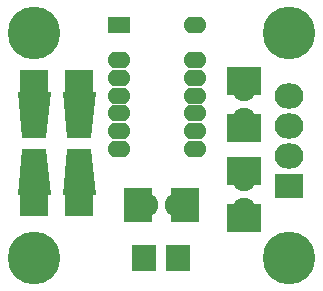
<source format=gts>
G04 #@! TF.FileFunction,Soldermask,Top*
%FSLAX46Y46*%
G04 Gerber Fmt 4.6, Leading zero omitted, Abs format (unit mm)*
G04 Created by KiCad (PCBNEW 4.0.6) date 10/30/18 22:54:08*
%MOMM*%
%LPD*%
G01*
G04 APERTURE LIST*
%ADD10C,0.100000*%
%ADD11R,1.940000X1.400000*%
%ADD12O,1.940000X1.400000*%
%ADD13R,2.432000X2.127200*%
%ADD14O,2.432000X2.127200*%
%ADD15R,2.398980X2.398980*%
%ADD16R,1.997660X2.200860*%
%ADD17C,1.924000*%
%ADD18C,4.464000*%
%ADD19R,2.900000X2.400000*%
%ADD20R,2.400000X2.900000*%
G04 APERTURE END LIST*
D10*
D11*
X139244000Y-86964000D03*
D12*
X139244000Y-89964000D03*
X139244000Y-91464000D03*
X139244000Y-92964000D03*
X139244000Y-94464000D03*
X139244000Y-95964000D03*
X139244000Y-97464000D03*
X145744000Y-97464000D03*
X145744000Y-95964000D03*
X145744000Y-94464000D03*
X145744000Y-92964000D03*
X145744000Y-91464000D03*
X145744000Y-89964000D03*
X145744000Y-86964000D03*
D13*
X153670000Y-100584000D03*
D14*
X153670000Y-98044000D03*
X153670000Y-95504000D03*
X153670000Y-92964000D03*
D10*
G36*
X130681120Y-92636940D02*
X133478880Y-92636940D01*
X133080100Y-96537060D01*
X131079900Y-96537060D01*
X130681120Y-92636940D01*
X130681120Y-92636940D01*
G37*
G36*
X133478880Y-101363060D02*
X130681120Y-101363060D01*
X131079900Y-97462940D01*
X133080100Y-97462940D01*
X133478880Y-101363060D01*
X133478880Y-101363060D01*
G37*
D15*
X132080000Y-91998740D03*
X132080000Y-102001260D03*
D10*
G36*
X134491120Y-92636940D02*
X137288880Y-92636940D01*
X136890100Y-96537060D01*
X134889900Y-96537060D01*
X134491120Y-92636940D01*
X134491120Y-92636940D01*
G37*
G36*
X137288880Y-101363060D02*
X134491120Y-101363060D01*
X134889900Y-97462940D01*
X136890100Y-97462940D01*
X137288880Y-101363060D01*
X137288880Y-101363060D01*
G37*
D15*
X135890000Y-91998740D03*
X135890000Y-102001260D03*
D16*
X141405140Y-106680000D03*
X144244860Y-106680000D03*
D17*
X144325000Y-106680000D03*
X141325000Y-106680000D03*
D18*
X153670000Y-87630000D03*
X132080000Y-87630000D03*
X132080000Y-106680000D03*
X153670000Y-106680000D03*
D19*
X149860000Y-95726000D03*
X149860000Y-91726000D03*
D17*
X149860000Y-94976000D03*
X149860000Y-92476000D03*
D19*
X149860000Y-99346000D03*
X149860000Y-103346000D03*
D17*
X149860000Y-100096000D03*
X149860000Y-102596000D03*
D20*
X140875000Y-102235000D03*
X144875000Y-102235000D03*
D17*
X141625000Y-102235000D03*
X144125000Y-102235000D03*
M02*

</source>
